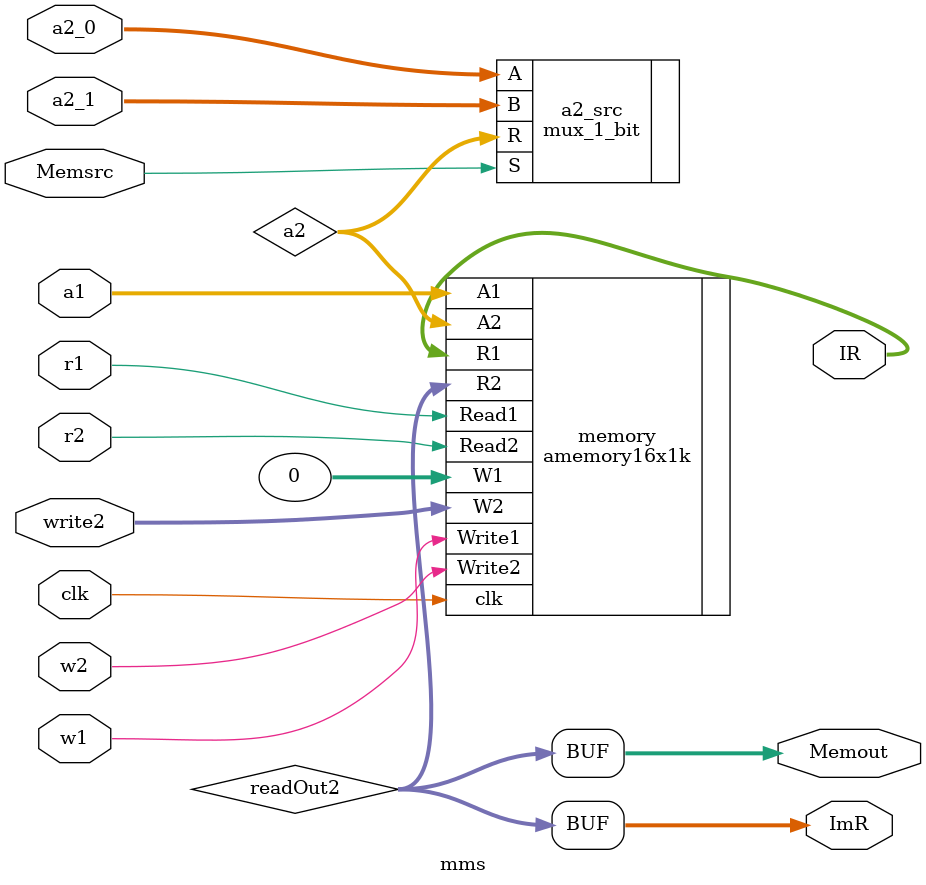
<source format=v>
`timescale 1ns / 1ps

module mms(
	 input clk,
    input w1,
    input w2,
    input r1,
    input r2,
	 input Memsrc,
    input [15:0] a1,
    input [15:0] a2_0,
    input [15:0] a2_1,
    input [15:0] write2,
    output [15:0] IR,
    output [15:0] ImR,
    output [15:0] Memout
    );
	 
	 wire [15:0] a2, readOut2;
	 
mux_1_bit a2_src (
	.A(a2_0),
	.B(a2_1),
	.S(Memsrc),
	.R(a2)
	);
	
amemory16x1k memory (
	.W1(0),
	.W2(write2),
	.R1(IR),
	.R2(readOut2),
	.A1(a1),
	.A2(a2),
	.Write1(w1),
	.Write2(w2),
	.Read1(r1),
	.Read2(r2),
	.clk(clk)
	);
	
	assign Memout = readOut2;
	assign ImR = readOut2;
	
	
	 



endmodule

</source>
